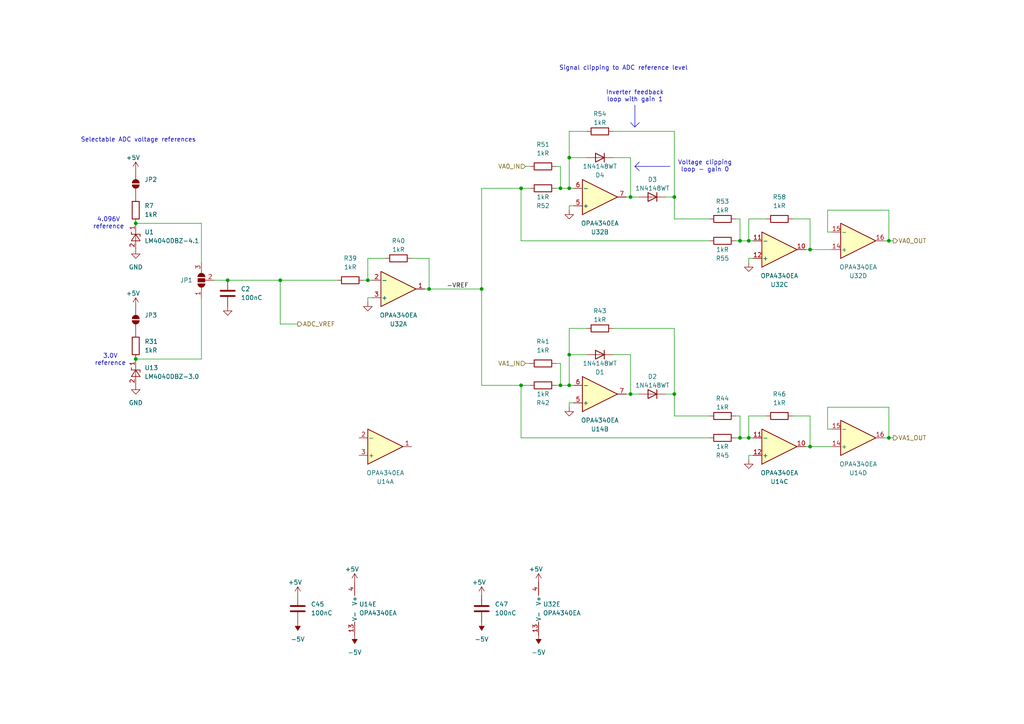
<source format=kicad_sch>
(kicad_sch (version 20250114) (generator "eeschema") (generator_version "9.0")
  (paper "A4")
  (lib_symbols
    (symbol "Amplifier_Operational:OPA4340EA" (pin_names (offset 0.127))
      (property "Reference" "U" (at 2.54 5.08 0))
      (property "Value" "OPA4340EA" (at 5.08 -5.08 0))
      (symbol "OPA4340EA_1_1"
        (polyline (pts (xy -5.08 5.08) (xy 5.08 0) (xy -5.08 -5.08) (xy -5.08 5.08)) (stroke (width 0.254)) (fill (type background)))
        (pin input line (at -7.62 2.54 0) (length 2.54) (name "+") (number "3"))
        (pin input line (at -7.62 -2.54 0) (length 2.54) (name "-") (number "2"))
        (pin no_connect line (at -2.54 -2.54 90) (length 2.54) (hide yes) (name "NC") (number "8"))
        (pin no_connect line (at 0 -2.54 90) (length 2.54) (hide yes) (name "NC") (number "9"))
        (pin output line (at 7.62 0 180) (length 2.54) (name "~") (number "1"))
      )
      (symbol "OPA4340EA_2_1"
        (polyline (pts (xy -5.08 5.08) (xy 5.08 0) (xy -5.08 -5.08) (xy -5.08 5.08)) (stroke (width 0.254)) (fill (type background)))
        (pin input line (at -7.62 2.54 0) (length 2.54) (name "+") (number "5"))
        (pin input line (at -7.62 -2.54 0) (length 2.54) (name "-") (number "6"))
        (pin output line (at 7.62 0 180) (length 2.54) (name "~") (number "7"))
      )
      (symbol "OPA4340EA_3_1"
        (polyline (pts (xy -5.08 5.08) (xy 5.08 0) (xy -5.08 -5.08) (xy -5.08 5.08)) (stroke (width 0.254)) (fill (type background)))
        (pin input line (at -7.62 2.54 0) (length 2.54) (name "+") (number "12"))
        (pin input line (at -7.62 -2.54 0) (length 2.54) (name "-") (number "11"))
        (pin output line (at 7.62 0 180) (length 2.54) (name "~") (number "10"))
      )
      (symbol "OPA4340EA_4_1"
        (polyline (pts (xy -5.08 5.08) (xy 5.08 0) (xy -5.08 -5.08) (xy -5.08 5.08)) (stroke (width 0.254)) (fill (type background)))
        (pin input line (at -7.62 2.54 0) (length 2.54) (name "+") (number "14"))
        (pin input line (at -7.62 -2.54 0) (length 2.54) (name "-") (number "15"))
        (pin output line (at 7.62 0 180) (length 2.54) (name "~") (number "16"))
      )
      (symbol "OPA4340EA_5_1"
        (pin power_in line (at -2.54 7.62 270) (length 3.81) (name "V+") (number "4"))
        (pin power_in line (at -2.54 -7.62 90) (length 3.81) (name "V-") (number "13"))
      )
    )
    (symbol "Device:C" (pin_numbers (hide yes)) (pin_names (offset 0.254))
      (property "Reference" "C" (at 0.635 2.54 0))
      (property "Value" "C" (at 0.635 -2.54 0))
      (symbol "C_0_1"
        (polyline (pts (xy -2.032 0.762) (xy 2.032 0.762)) (stroke (width 0.508)))
        (polyline (pts (xy -2.032 -0.762) (xy 2.032 -0.762)) (stroke (width 0.508)))
      )
      (symbol "C_1_1"
        (pin passive line (at 0 3.81 270) (length 2.794) (name "~") (number "1"))
        (pin passive line (at 0 -3.81 90) (length 2.794) (name "~") (number "2"))
      )
    )
    (symbol "Device:R" (pin_numbers (hide yes)) (pin_names (offset 0))
      (property "Reference" "R" (at 2.032 0 90))
      (property "Value" "R" (at 0 0 90))
      (symbol "R_0_1"
        (rectangle (start -1.016 -2.54) (end 1.016 2.54) (stroke (width 0.254)))
      )
      (symbol "R_1_1"
        (pin passive line (at 0 3.81 270) (length 1.27) (name "~") (number "1"))
        (pin passive line (at 0 -3.81 90) (length 1.27) (name "~") (number "2"))
      )
    )
    (symbol "Diode:1N4148WT" (pin_numbers (hide yes)) (pin_names (hide yes))
      (property "Reference" "D" (at 0 2.54 0))
      (property "Value" "1N4148WT" (at 0 -2.54 0))
      (symbol "1N4148WT_0_1"
        (polyline (pts (xy -1.27 1.27) (xy -1.27 -1.27)) (stroke (width 0.254)))
        (polyline (pts (xy 1.27 1.27) (xy 1.27 -1.27) (xy -1.27 0) (xy 1.27 1.27)) (stroke (width 0.254)))
        (polyline (pts (xy 1.27 0) (xy -1.27 0)))
      )
      (symbol "1N4148WT_1_1"
        (pin passive line (at -3.81 0 0) (length 2.54) (name "K") (number "1"))
        (pin passive line (at 3.81 0 180) (length 2.54) (name "A") (number "2"))
      )
    )
    (symbol "Jumper:SolderJumper_2_Open" (pin_numbers (hide yes)) (pin_names (offset 0) (hide yes)) (in_bom no)
      (property "Reference" "JP" (at 0 2.032 0))
      (property "Value" "SolderJumper_2_Open" (at 0 -2.54 0))
      (symbol "SolderJumper_2_Open_0_1"
        (polyline (pts (xy -0.254 1.016) (xy -0.254 -1.016)))
        (arc (start -0.254 -1.016) (mid -1.2656 0) (end -0.254 1.016))
        (arc (start -0.254 -1.016) (mid -1.2656 0) (end -0.254 1.016) (fill (type outline)))
        (arc (start 0.254 1.016) (mid 1.2656 0) (end 0.254 -1.016))
        (arc (start 0.254 1.016) (mid 1.2656 0) (end 0.254 -1.016) (fill (type outline)))
        (polyline (pts (xy 0.254 1.016) (xy 0.254 -1.016)))
      )
      (symbol "SolderJumper_2_Open_1_1"
        (pin passive line (at -3.81 0 0) (length 2.54) (name "A") (number "1"))
        (pin passive line (at 3.81 0 180) (length 2.54) (name "B") (number "2"))
      )
    )
    (symbol "Jumper:SolderJumper_3_Open" (pin_names (offset 0) (hide yes)) (in_bom no)
      (property "Reference" "JP" (at -2.54 -2.54 0))
      (property "Value" "SolderJumper_3_Open" (at 0 2.794 0))
      (symbol "SolderJumper_3_Open_0_1"
        (polyline (pts (xy -2.54 0) (xy -2.032 0)))
        (polyline (pts (xy -1.016 1.016) (xy -1.016 -1.016)))
        (arc (start -1.016 -1.016) (mid -2.0276 0) (end -1.016 1.016))
        (arc (start -1.016 -1.016) (mid -2.0276 0) (end -1.016 1.016) (fill (type outline)))
        (rectangle (start -0.508 1.016) (end 0.508 -1.016) (fill (type outline)))
        (polyline (pts (xy 0 -1.27) (xy 0 -1.016)))
        (arc (start 1.016 1.016) (mid 2.0276 0) (end 1.016 -1.016))
        (arc (start 1.016 1.016) (mid 2.0276 0) (end 1.016 -1.016) (fill (type outline)))
        (polyline (pts (xy 1.016 1.016) (xy 1.016 -1.016)))
        (polyline (pts (xy 2.54 0) (xy 2.032 0)))
      )
      (symbol "SolderJumper_3_Open_1_1"
        (pin passive line (at -5.08 0 0) (length 2.54) (name "A") (number "1"))
        (pin passive line (at 0 -3.81 90) (length 2.54) (name "C") (number "2"))
        (pin passive line (at 5.08 0 180) (length 2.54) (name "B") (number "3"))
      )
    )
    (symbol "Reference_Voltage:LM4040DBZ-4.1" (pin_names (offset 0.0254) (hide yes))
      (property "Reference" "U" (at 0 2.54 0))
      (property "Value" "LM4040DBZ-4.1" (at 0 -3.175 0))
      (symbol "LM4040DBZ-4.1_0_1"
        (polyline (pts (xy -1.27 0) (xy 0 0) (xy 1.27 0)))
        (polyline (pts (xy -1.27 -1.27) (xy 0.635 0) (xy -1.27 1.27) (xy -1.27 -1.27)) (stroke (width 0.2032)))
        (polyline (pts (xy 0 -1.27) (xy 0.635 -1.27) (xy 0.635 1.27) (xy 1.27 1.27)) (stroke (width 0.2032)))
      )
      (symbol "LM4040DBZ-4.1_1_1"
        (pin passive line (at -3.81 0 0) (length 2.54) (name "A") (number "2"))
        (pin no_connect line (at -1.27 0 0) (length 2.54) (hide yes) (name "NC") (number "3"))
        (pin passive line (at 3.81 0 180) (length 2.54) (name "K") (number "1"))
      )
    )
    (symbol "power:+5V" (power) (pin_numbers (hide yes)) (pin_names (offset 0) (hide yes))
      (property "Value" "+5V" (at 0 3.556 0))
      (symbol "+5V_0_1"
        (polyline (pts (xy -0.762 1.27) (xy 0 2.54)))
        (polyline (pts (xy 0 2.54) (xy 0.762 1.27)))
        (polyline (pts (xy 0 0) (xy 0 2.54)))
      )
      (symbol "+5V_1_1"
        (pin power_in line (at 0 0 90) (length 0) (name "~") (number "1"))
      )
    )
    (symbol "power:-5V" (power) (pin_numbers (hide yes)) (pin_names (offset 0) (hide yes))
      (property "Value" "-5V" (at 0 3.556 0))
      (symbol "-5V_0_0"
        (pin power_in line (at 0 0 90) (length 0) (name "~") (number "1"))
      )
      (symbol "-5V_0_1"
        (polyline (pts (xy 0 0) (xy 0 1.27) (xy 0.762 1.27) (xy 0 2.54) (xy -0.762 1.27) (xy 0 1.27)) (fill (type outline)))
      )
    )
    (symbol "power:GND" (power) (pin_numbers (hide yes)) (pin_names (offset 0) (hide yes))
      (property "Value" "GND" (at 0 -3.81 0))
      (symbol "GND_0_1"
        (polyline (pts (xy 0 0) (xy 0 -1.27) (xy 1.27 -1.27) (xy 0 -2.54) (xy -1.27 -1.27) (xy 0 -1.27)))
      )
      (symbol "GND_1_1"
        (pin power_in line (at 0 0 270) (length 0) (name "~") (number "1"))
      )
    )
  )
  (text "Inverter feedback\nloop with gain 1" (at 184.15 27.94 0) (effects (font (size 1.27 1.27))))
  (text "3.0V\nreference" (at 32.004 104.394 0) (effects (font (size 1.27 1.27))))
  (text "Selectable ADC voltage references" (at 40.132 40.64 0) (effects (font (size 1.27 1.27))))
  (text "Signal clipping to ADC reference level" (at 180.848 19.812 0) (effects (font (size 1.27 1.27))))
  (text "4.096V\nreference" (at 31.496 64.77 0) (effects (font (size 1.27 1.27))))
  (text "Voltage clipping\nloop - gain 0" (at 204.47 48.26 0) (effects (font (size 1.27 1.27))))
  (junction (at 66.04 81.28))
  (junction (at 39.37 104.14))
  (junction (at 165.1 111.76))
  (junction (at 234.95 129.54))
  (junction (at 182.88 57.15))
  (junction (at 124.46 83.82))
  (junction (at 81.28 81.28))
  (junction (at 106.68 81.28))
  (junction (at 151.13 111.76))
  (junction (at 39.37 64.77))
  (junction (at 151.13 54.61))
  (junction (at 214.63 69.85))
  (junction (at 182.88 114.3))
  (junction (at 257.81 69.85))
  (junction (at 162.56 54.61))
  (junction (at 257.81 127))
  (junction (at 165.1 102.87))
  (junction (at 234.95 72.39))
  (junction (at 217.17 127))
  (junction (at 195.58 114.3))
  (junction (at 214.63 127))
  (junction (at 165.1 54.61))
  (junction (at 165.1 45.72))
  (junction (at 195.58 57.15))
  (junction (at 139.7 83.82))
  (junction (at 162.56 111.76))
  (junction (at 217.17 69.85))
  (wire (pts (xy 185.42 114.3) (xy 182.88 114.3)))
  (wire (pts (xy 195.58 120.65) (xy 205.74 120.65)))
  (wire (pts (xy 182.88 102.87) (xy 182.88 114.3)))
  (wire (pts (xy 229.87 63.5) (xy 234.95 63.5)))
  (wire (pts (xy 217.17 133.35) (xy 217.17 132.08)))
  (wire (pts (xy 106.68 86.36) (xy 106.68 87.63)))
  (wire (pts (xy 193.04 114.3) (xy 195.58 114.3)))
  (polyline (pts (xy 182.88 35.56) (xy 184.15 36.83)))
  (wire (pts (xy 81.28 93.98) (xy 86.36 93.98)))
  (wire (pts (xy 165.1 102.87) (xy 165.1 111.76)))
  (wire (pts (xy 217.17 132.08) (xy 218.44 132.08)))
  (wire (pts (xy 177.8 102.87) (xy 182.88 102.87)))
  (wire (pts (xy 214.63 63.5) (xy 214.63 69.85)))
  (wire (pts (xy 241.3 124.46) (xy 240.03 124.46)))
  (wire (pts (xy 139.7 54.61) (xy 151.13 54.61)))
  (wire (pts (xy 240.03 118.11) (xy 257.81 118.11)))
  (wire (pts (xy 177.8 95.25) (xy 195.58 95.25)))
  (wire (pts (xy 182.88 45.72) (xy 182.88 57.15)))
  (wire (pts (xy 162.56 48.26) (xy 162.56 54.61)))
  (wire (pts (xy 161.29 111.76) (xy 162.56 111.76)))
  (wire (pts (xy 166.37 116.84) (xy 165.1 116.84)))
  (wire (pts (xy 165.1 111.76) (xy 166.37 111.76)))
  (wire (pts (xy 193.04 57.15) (xy 195.58 57.15)))
  (wire (pts (xy 213.36 127) (xy 214.63 127)))
  (wire (pts (xy 162.56 54.61) (xy 165.1 54.61)))
  (wire (pts (xy 107.95 86.36) (xy 106.68 86.36)))
  (wire (pts (xy 81.28 81.28) (xy 97.79 81.28)))
  (wire (pts (xy 106.68 81.28) (xy 107.95 81.28)))
  (wire (pts (xy 234.95 72.39) (xy 241.3 72.39)))
  (wire (pts (xy 234.95 129.54) (xy 241.3 129.54)))
  (wire (pts (xy 58.42 86.36) (xy 58.42 104.14)))
  (wire (pts (xy 195.58 63.5) (xy 195.58 57.15)))
  (wire (pts (xy 217.17 74.93) (xy 218.44 74.93)))
  (wire (pts (xy 217.17 63.5) (xy 222.25 63.5)))
  (wire (pts (xy 165.1 102.87) (xy 170.18 102.87)))
  (wire (pts (xy 58.42 64.77) (xy 58.42 76.2)))
  (wire (pts (xy 234.95 72.39) (xy 233.68 72.39)))
  (wire (pts (xy 151.13 127) (xy 151.13 111.76)))
  (wire (pts (xy 162.56 111.76) (xy 165.1 111.76)))
  (wire (pts (xy 39.37 104.14) (xy 58.42 104.14)))
  (wire (pts (xy 165.1 38.1) (xy 165.1 45.72)))
  (wire (pts (xy 62.23 81.28) (xy 66.04 81.28)))
  (polyline (pts (xy 184.15 48.26) (xy 194.31 48.26)))
  (wire (pts (xy 165.1 116.84) (xy 165.1 118.11)))
  (wire (pts (xy 257.81 127) (xy 256.54 127)))
  (wire (pts (xy 177.8 38.1) (xy 195.58 38.1)))
  (wire (pts (xy 181.61 114.3) (xy 182.88 114.3)))
  (wire (pts (xy 240.03 124.46) (xy 240.03 118.11)))
  (wire (pts (xy 257.81 118.11) (xy 257.81 127)))
  (wire (pts (xy 185.42 57.15) (xy 182.88 57.15)))
  (wire (pts (xy 162.56 105.41) (xy 162.56 111.76)))
  (wire (pts (xy 214.63 120.65) (xy 214.63 127)))
  (wire (pts (xy 257.81 69.85) (xy 259.08 69.85)))
  (polyline (pts (xy 184.15 30.48) (xy 184.15 36.83)))
  (wire (pts (xy 195.58 120.65) (xy 195.58 114.3)))
  (wire (pts (xy 166.37 59.69) (xy 165.1 59.69)))
  (wire (pts (xy 195.58 38.1) (xy 195.58 57.15)))
  (wire (pts (xy 213.36 63.5) (xy 214.63 63.5)))
  (wire (pts (xy 214.63 69.85) (xy 217.17 69.85)))
  (wire (pts (xy 217.17 76.2) (xy 217.17 74.93)))
  (polyline (pts (xy 184.15 36.83) (xy 185.42 35.56)))
  (wire (pts (xy 241.3 67.31) (xy 240.03 67.31)))
  (wire (pts (xy 106.68 74.93) (xy 111.76 74.93)))
  (wire (pts (xy 234.95 63.5) (xy 234.95 72.39)))
  (wire (pts (xy 124.46 83.82) (xy 139.7 83.82)))
  (wire (pts (xy 139.7 83.82) (xy 139.7 111.76)))
  (wire (pts (xy 124.46 74.93) (xy 124.46 83.82)))
  (wire (pts (xy 165.1 54.61) (xy 166.37 54.61)))
  (wire (pts (xy 151.13 54.61) (xy 153.67 54.61)))
  (wire (pts (xy 119.38 74.93) (xy 124.46 74.93)))
  (polyline (pts (xy 185.42 46.99) (xy 184.15 48.26)))
  (wire (pts (xy 165.1 95.25) (xy 170.18 95.25)))
  (wire (pts (xy 217.17 127) (xy 217.17 120.65)))
  (wire (pts (xy 213.36 120.65) (xy 214.63 120.65)))
  (wire (pts (xy 139.7 111.76) (xy 151.13 111.76)))
  (wire (pts (xy 105.41 81.28) (xy 106.68 81.28)))
  (wire (pts (xy 106.68 81.28) (xy 106.68 74.93)))
  (polyline (pts (xy 184.15 48.26) (xy 185.42 49.53)))
  (wire (pts (xy 161.29 105.41) (xy 162.56 105.41)))
  (wire (pts (xy 165.1 95.25) (xy 165.1 102.87)))
  (wire (pts (xy 161.29 54.61) (xy 162.56 54.61)))
  (wire (pts (xy 81.28 93.98) (xy 81.28 81.28)))
  (wire (pts (xy 234.95 120.65) (xy 234.95 129.54)))
  (wire (pts (xy 181.61 57.15) (xy 182.88 57.15)))
  (wire (pts (xy 213.36 69.85) (xy 214.63 69.85)))
  (wire (pts (xy 257.81 127) (xy 259.08 127)))
  (wire (pts (xy 151.13 111.76) (xy 153.67 111.76)))
  (wire (pts (xy 161.29 48.26) (xy 162.56 48.26)))
  (wire (pts (xy 139.7 83.82) (xy 139.7 54.61)))
  (wire (pts (xy 66.04 81.28) (xy 81.28 81.28)))
  (wire (pts (xy 214.63 127) (xy 217.17 127)))
  (wire (pts (xy 123.19 83.82) (xy 124.46 83.82)))
  (wire (pts (xy 234.95 129.54) (xy 233.68 129.54)))
  (wire (pts (xy 152.4 105.41) (xy 153.67 105.41)))
  (wire (pts (xy 217.17 120.65) (xy 222.25 120.65)))
  (wire (pts (xy 151.13 127) (xy 205.74 127)))
  (wire (pts (xy 165.1 38.1) (xy 170.18 38.1)))
  (wire (pts (xy 217.17 69.85) (xy 217.17 63.5)))
  (wire (pts (xy 165.1 45.72) (xy 170.18 45.72)))
  (wire (pts (xy 165.1 45.72) (xy 165.1 54.61)))
  (wire (pts (xy 165.1 59.69) (xy 165.1 60.96)))
  (wire (pts (xy 152.4 48.26) (xy 153.67 48.26)))
  (wire (pts (xy 195.58 95.25) (xy 195.58 114.3)))
  (wire (pts (xy 257.81 60.96) (xy 257.81 69.85)))
  (wire (pts (xy 240.03 60.96) (xy 257.81 60.96)))
  (wire (pts (xy 177.8 45.72) (xy 182.88 45.72)))
  (wire (pts (xy 217.17 69.85) (xy 218.44 69.85)))
  (wire (pts (xy 240.03 67.31) (xy 240.03 60.96)))
  (wire (pts (xy 229.87 120.65) (xy 234.95 120.65)))
  (wire (pts (xy 151.13 69.85) (xy 151.13 54.61)))
  (wire (pts (xy 195.58 63.5) (xy 205.74 63.5)))
  (wire (pts (xy 151.13 69.85) (xy 205.74 69.85)))
  (wire (pts (xy 257.81 69.85) (xy 256.54 69.85)))
  (wire (pts (xy 217.17 127) (xy 218.44 127)))
  (wire (pts (xy 39.37 64.77) (xy 58.42 64.77)))
  (label "-VREF" (at 129.54 83.82 0))
  (hierarchical_label "VA1_IN" (shape input) (at 152.4 105.41 180))
  (hierarchical_label "ADC_VREF" (shape output) (at 86.36 93.98 0))
  (hierarchical_label "VA1_OUT" (shape output) (at 259.08 127 0))
  (hierarchical_label "VA0_IN" (shape input) (at 152.4 48.26 180))
  (hierarchical_label "VA0_OUT" (shape output) (at 259.08 69.85 0))
  (symbol (lib_id "Amplifier_Operational:OPA4340EA") (at 248.92 69.85 0) (mirror x) (unit 4)
    (property "Reference" "U32" (at 248.92 80.01 0))
    (property "Value" "OPA4340EA" (at 248.92 77.47 0))
    (property "Datasheet" "http://www.ti.com/lit/ds/symlink/opa340.pdf" (effects (hide yes)))
    (property "Description" "Quad Single-Supply, Rail-to-Rail Operational Amplifier, MicroAmplifier Series, SSOP-16" (effects (hide yes)))
  )
  (symbol (lib_id "Device:C") (at 139.7 176.53 0) (unit 1)
    (property "Reference" "C47" (at 143.51 175.2599 0) (effects (justify left)))
    (property "Value" "100nC" (at 143.51 177.7999 0) (effects (justify left)))
    (property "Footprint" "Capacitor_SMD:C_0805_2012Metric" (effects (hide yes)))
    (property "Description" "Unpolarized capacitor" (effects (hide yes)))
    (property "Status" "OK" (effects (hide yes)))
  )
  (symbol (lib_id "Amplifier_Operational:OPA4340EA") (at 158.75 176.53 0) (unit 5)
    (property "Reference" "U32" (at 157.48 175.2599 0) (effects (justify left)))
    (property "Value" "OPA4340EA" (at 157.48 177.7999 0) (effects (justify left)))
    (property "Datasheet" "http://www.ti.com/lit/ds/symlink/opa340.pdf" (effects (hide yes)))
    (property "Description" "Quad Single-Supply, Rail-to-Rail Operational Amplifier, MicroAmplifier Series, SSOP-16" (effects (hide yes)))
  )
  (symbol (lib_id "power:+5V") (at 102.87 168.91 0) (mirror y) (unit 1)
    (property "Reference" "#PWR067" (effects (hide yes)))
    (property "Value" "+5V" (at 104.14 165.1 0) (effects (justify left)))
  )
  (symbol (lib_id "Diode:1N4148WT") (at 189.23 57.15 0) (mirror y) (unit 1)
    (property "Reference" "D3" (at 189.23 52.07 0))
    (property "Value" "1N4148WT" (at 189.23 54.61 0))
    (property "Footprint" "Diode_SMD:D_SOD-523" (effects (hide yes)))
    (property "Datasheet" "https://www.diodes.com/assets/Datasheets/ds30396.pdf" (effects (hide yes)))
    (property "Description" "75V 0.15A Fast switching Diode, SOD-523" (effects (hide yes)))
    (property "Sim.Device" "D" (effects (hide yes)))
    (property "Sim.Pins" "1=K 2=A" (effects (hide yes)))
  )
  (symbol (lib_id "Amplifier_Operational:OPA4340EA") (at 173.99 114.3 0) (mirror x) (unit 2)
    (property "Reference" "U14" (at 173.99 124.46 0))
    (property "Value" "OPA4340EA" (at 173.99 121.92 0))
    (property "Datasheet" "http://www.ti.com/lit/ds/symlink/opa340.pdf" (effects (hide yes)))
    (property "Description" "Quad Single-Supply, Rail-to-Rail Operational Amplifier, MicroAmplifier Series, SSOP-16" (effects (hide yes)))
  )
  (symbol (lib_id "Device:R") (at 226.06 120.65 270) (unit 1)
    (property "Reference" "R46" (at 226.06 114.3 90))
    (property "Value" "1kR" (at 226.06 116.84 90))
    (property "Footprint" "Resistor_SMD:R_0805_2012Metric" (effects (hide yes)))
    (property "Description" "Resistor" (effects (hide yes)))
  )
  (symbol (lib_id "Amplifier_Operational:OPA4340EA") (at 111.76 129.54 0) (mirror x) (unit 1)
    (property "Reference" "U14" (at 111.76 139.7 0))
    (property "Value" "OPA4340EA" (at 111.76 137.16 0))
    (property "Datasheet" "http://www.ti.com/lit/ds/symlink/opa340.pdf" (effects (hide yes)))
    (property "Description" "Quad Single-Supply, Rail-to-Rail Operational Amplifier, MicroAmplifier Series, SSOP-16" (effects (hide yes)))
  )
  (symbol (lib_id "power:GND") (at 165.1 60.96 0) (unit 1)
    (property "Reference" "#PWR075" (effects (hide yes)))
    (property "Value" "GND" (effects (hide yes)))
    (property "Description" "Power symbol creates a global label with name \"GND\" , ground" (effects (hide yes)))
  )
  (symbol (lib_id "Amplifier_Operational:OPA4340EA") (at 226.06 72.39 0) (mirror x) (unit 3)
    (property "Reference" "U32" (at 226.06 82.55 0))
    (property "Value" "OPA4340EA" (at 226.06 80.01 0))
    (property "Datasheet" "http://www.ti.com/lit/ds/symlink/opa340.pdf" (effects (hide yes)))
    (property "Description" "Quad Single-Supply, Rail-to-Rail Operational Amplifier, MicroAmplifier Series, SSOP-16" (effects (hide yes)))
  )
  (symbol (lib_id "power:-5V") (at 139.7 180.34 180) (unit 1)
    (property "Reference" "#PWR066" (effects (hide yes)))
    (property "Value" "-5V" (at 139.7 185.42 0))
    (property "Description" "Power symbol creates a global label with name \"-5V\"" (effects (hide yes)))
  )
  (symbol (lib_id "Device:R") (at 173.99 95.25 270) (unit 1)
    (property "Reference" "R43" (at 173.99 90.17 90))
    (property "Value" "1kR" (at 173.99 92.71 90))
    (property "Footprint" "Resistor_SMD:R_0805_2012Metric" (effects (hide yes)))
    (property "Description" "Resistor" (effects (hide yes)))
  )
  (symbol (lib_id "power:GND") (at 217.17 76.2 0) (unit 1)
    (property "Reference" "#PWR076" (effects (hide yes)))
    (property "Value" "GND" (effects (hide yes)))
    (property "Description" "Power symbol creates a global label with name \"GND\" , ground" (effects (hide yes)))
  )
  (symbol (lib_id "Amplifier_Operational:OPA4340EA") (at 248.92 127 0) (mirror x) (unit 4)
    (property "Reference" "U14" (at 248.92 137.16 0))
    (property "Value" "OPA4340EA" (at 248.92 134.62 0))
    (property "Datasheet" "http://www.ti.com/lit/ds/symlink/opa340.pdf" (effects (hide yes)))
    (property "Description" "Quad Single-Supply, Rail-to-Rail Operational Amplifier, MicroAmplifier Series, SSOP-16" (effects (hide yes)))
  )
  (symbol (lib_id "Amplifier_Operational:OPA4340EA") (at 226.06 129.54 0) (mirror x) (unit 3)
    (property "Reference" "U14" (at 226.06 139.7 0))
    (property "Value" "OPA4340EA" (at 226.06 137.16 0))
    (property "Datasheet" "http://www.ti.com/lit/ds/symlink/opa340.pdf" (effects (hide yes)))
    (property "Description" "Quad Single-Supply, Rail-to-Rail Operational Amplifier, MicroAmplifier Series, SSOP-16" (effects (hide yes)))
  )
  (symbol (lib_id "power:GND") (at 66.04 88.9 0) (unit 1)
    (property "Reference" "#PWR0111" (effects (hide yes)))
    (property "Value" "GND" (effects (hide yes)))
    (property "Description" "Power symbol creates a global label with name \"GND\" , ground" (effects (hide yes)))
  )
  (symbol (lib_id "Reference_Voltage:LM4040DBZ-4.1") (at 39.37 107.95 90) (unit 1)
    (property "Reference" "U13" (at 41.91 106.6799 90) (effects (justify right)))
    (property "Value" "LM4040DBZ-3.0" (at 41.91 109.2199 90) (effects (justify right)))
    (property "Footprint" "Package_TO_SOT_SMD:SOT-23" (effects (hide yes)))
    (property "Datasheet" "https://www.ti.com/lit/ds/symlink/lm4040.pdf" (effects (hide yes)))
    (property "Description" "3.0V Precision Micropower Shunt Voltage Reference, SOT-23" (effects (hide yes)))
    (property "MPN" "LM4040B30IDBZR" (effects (hide yes)))
    (property "Status" "OK" (effects (hide yes)))
  )
  (symbol (lib_id "power:+5V") (at 39.37 49.53 0) (mirror y) (unit 1)
    (property "Reference" "#PWR0122" (effects (hide yes)))
    (property "Value" "+5V" (at 40.64 45.72 0) (effects (justify left)))
  )
  (symbol (lib_id "Device:R") (at 101.6 81.28 270) (unit 1)
    (property "Reference" "R39" (at 101.6 74.93 90))
    (property "Value" "1kR" (at 101.6 77.47 90))
    (property "Footprint" "Resistor_SMD:R_0805_2012Metric" (effects (hide yes)))
    (property "Description" "Resistor" (effects (hide yes)))
  )
  (symbol (lib_id "Device:R") (at 209.55 69.85 90) (mirror x) (unit 1)
    (property "Reference" "R55" (at 209.55 74.93 90))
    (property "Value" "1kR" (at 209.55 72.39 90))
    (property "Footprint" "Resistor_SMD:R_0805_2012Metric" (effects (hide yes)))
    (property "Description" "Resistor" (effects (hide yes)))
  )
  (symbol (lib_id "power:+5V") (at 39.37 88.9 0) (mirror y) (unit 1)
    (property "Reference" "#PWR034" (effects (hide yes)))
    (property "Value" "+5V" (at 40.64 85.09 0) (effects (justify left)))
  )
  (symbol (lib_id "Device:R") (at 157.48 54.61 270) (mirror x) (unit 1)
    (property "Reference" "R52" (at 157.48 59.69 90))
    (property "Value" "1kR" (at 157.48 57.15 90))
    (property "Footprint" "Resistor_SMD:R_0805_2012Metric" (effects (hide yes)))
    (property "Description" "Resistor" (effects (hide yes)))
  )
  (symbol (lib_id "power:GND") (at 165.1 118.11 0) (unit 1)
    (property "Reference" "#PWR037" (effects (hide yes)))
    (property "Value" "GND" (effects (hide yes)))
    (property "Description" "Power symbol creates a global label with name \"GND\" , ground" (effects (hide yes)))
  )
  (symbol (lib_id "power:-5V") (at 86.36 180.34 180) (unit 1)
    (property "Reference" "#PWR078" (effects (hide yes)))
    (property "Value" "-5V" (at 86.36 185.42 0))
    (property "Description" "Power symbol creates a global label with name \"-5V\"" (effects (hide yes)))
  )
  (symbol (lib_id "power:+5V") (at 156.21 168.91 0) (mirror y) (unit 1)
    (property "Reference" "#PWR083" (effects (hide yes)))
    (property "Value" "+5V" (at 157.48 165.1 0) (effects (justify left)))
  )
  (symbol (lib_id "Diode:1N4148WT") (at 173.99 45.72 0) (mirror y) (unit 1)
    (property "Reference" "D4" (at 173.99 50.8 0))
    (property "Value" "1N4148WT" (at 173.99 48.26 0))
    (property "Footprint" "Diode_SMD:D_SOD-523" (effects (hide yes)))
    (property "Datasheet" "https://www.diodes.com/assets/Datasheets/ds30396.pdf" (effects (hide yes)))
    (property "Description" "75V 0.15A Fast switching Diode, SOD-523" (effects (hide yes)))
    (property "Sim.Device" "D" (effects (hide yes)))
    (property "Sim.Pins" "1=K 2=A" (effects (hide yes)))
  )
  (symbol (lib_id "power:-5V") (at 102.87 184.15 180) (unit 1)
    (property "Reference" "#PWR072" (effects (hide yes)))
    (property "Value" "-5V" (at 102.87 189.23 0))
    (property "Description" "Power symbol creates a global label with name \"-5V\"" (effects (hide yes)))
  )
  (symbol (lib_id "Diode:1N4148WT") (at 189.23 114.3 0) (mirror y) (unit 1)
    (property "Reference" "D2" (at 189.23 109.22 0))
    (property "Value" "1N4148WT" (at 189.23 111.76 0))
    (property "Footprint" "Diode_SMD:D_SOD-523" (effects (hide yes)))
    (property "Datasheet" "https://www.diodes.com/assets/Datasheets/ds30396.pdf" (effects (hide yes)))
    (property "Description" "75V 0.15A Fast switching Diode, SOD-523" (effects (hide yes)))
    (property "Sim.Device" "D" (effects (hide yes)))
    (property "Sim.Pins" "1=K 2=A" (effects (hide yes)))
  )
  (symbol (lib_id "Device:R") (at 157.48 48.26 270) (unit 1)
    (property "Reference" "R51" (at 157.48 41.91 90))
    (property "Value" "1kR" (at 157.48 44.45 90))
    (property "Footprint" "Resistor_SMD:R_0805_2012Metric" (effects (hide yes)))
    (property "Description" "Resistor" (effects (hide yes)))
  )
  (symbol (lib_id "power:+5V") (at 86.36 172.72 0) (mirror y) (unit 1)
    (property "Reference" "#PWR065" (effects (hide yes)))
    (property "Value" "+5V" (at 87.63 168.91 0) (effects (justify left)))
  )
  (symbol (lib_id "Device:C") (at 86.36 176.53 0) (unit 1)
    (property "Reference" "C45" (at 90.17 175.2599 0) (effects (justify left)))
    (property "Value" "100nC" (at 90.17 177.7999 0) (effects (justify left)))
    (property "Footprint" "Capacitor_SMD:C_0805_2012Metric" (effects (hide yes)))
    (property "Description" "Unpolarized capacitor" (effects (hide yes)))
    (property "Status" "OK" (effects (hide yes)))
  )
  (symbol (lib_id "Diode:1N4148WT") (at 173.99 102.87 0) (mirror y) (unit 1)
    (property "Reference" "D1" (at 173.99 107.95 0))
    (property "Value" "1N4148WT" (at 173.99 105.41 0))
    (property "Footprint" "Diode_SMD:D_SOD-523" (effects (hide yes)))
    (property "Datasheet" "https://www.diodes.com/assets/Datasheets/ds30396.pdf" (effects (hide yes)))
    (property "Description" "75V 0.15A Fast switching Diode, SOD-523" (effects (hide yes)))
    (property "Sim.Device" "D" (effects (hide yes)))
    (property "Sim.Pins" "1=K 2=A" (effects (hide yes)))
  )
  (symbol (lib_id "Device:R") (at 209.55 127 90) (mirror x) (unit 1)
    (property "Reference" "R45" (at 209.55 132.08 90))
    (property "Value" "1kR" (at 209.55 129.54 90))
    (property "Footprint" "Resistor_SMD:R_0805_2012Metric" (effects (hide yes)))
    (property "Description" "Resistor" (effects (hide yes)))
  )
  (symbol (lib_id "power:+5V") (at 139.7 172.72 0) (mirror y) (unit 1)
    (property "Reference" "#PWR077" (effects (hide yes)))
    (property "Value" "+5V" (at 140.97 168.91 0) (effects (justify left)))
  )
  (symbol (lib_id "Device:R") (at 157.48 111.76 270) (mirror x) (unit 1)
    (property "Reference" "R42" (at 157.48 116.84 90))
    (property "Value" "1kR" (at 157.48 114.3 90))
    (property "Footprint" "Resistor_SMD:R_0805_2012Metric" (effects (hide yes)))
    (property "Description" "Resistor" (effects (hide yes)))
  )
  (symbol (lib_id "Device:R") (at 39.37 60.96 0) (unit 1)
    (property "Reference" "R7" (at 41.91 59.6899 0) (effects (justify left)))
    (property "Value" "1kR" (at 41.91 62.2299 0) (effects (justify left)))
    (property "Footprint" "Resistor_SMD:R_0805_2012Metric" (effects (hide yes)))
    (property "Datasheet" "https://datasheet.lcsc.com/lcsc/2010202005_YAGEO-AC0805FR-7W1KL_C727989.pdf" (effects (hide yes)))
    (property "MPN" "AC0805FR-7W1KL" (effects (hide yes)))
    (property "Status" "OK" (effects (hide yes)))
  )
  (symbol (lib_id "Device:R") (at 209.55 120.65 270) (unit 1)
    (property "Reference" "R44" (at 209.55 115.57 90))
    (property "Value" "1kR" (at 209.55 118.11 90))
    (property "Footprint" "Resistor_SMD:R_0805_2012Metric" (effects (hide yes)))
    (property "Description" "Resistor" (effects (hide yes)))
  )
  (symbol (lib_id "power:GND") (at 39.37 111.76 0) (unit 1)
    (property "Reference" "#PWR036" (effects (hide yes)))
    (property "Value" "GND" (at 39.37 116.84 0))
  )
  (symbol (lib_id "Jumper:SolderJumper_3_Open") (at 58.42 81.28 90) (unit 1) (in_bom no)
    (property "Reference" "JP1" (at 55.88 81.2799 90) (effects (justify left)))
    (property "Value" "SolderJumper_3_Open" (effects (hide yes)))
    (property "Footprint" "Jumper:SolderJumper-3_P2.0mm_Open_TrianglePad1.0x1.5mm_NumberLabels" (effects (hide yes)))
    (property "Description" "Solder Jumper, 3-pole, open" (effects (hide yes)))
  )
  (symbol (lib_id "Device:R") (at 157.48 105.41 270) (unit 1)
    (property "Reference" "R41" (at 157.48 99.06 90))
    (property "Value" "1kR" (at 157.48 101.6 90))
    (property "Footprint" "Resistor_SMD:R_0805_2012Metric" (effects (hide yes)))
    (property "Description" "Resistor" (effects (hide yes)))
  )
  (symbol (lib_id "Device:R") (at 115.57 74.93 90) (unit 1)
    (property "Reference" "R40" (at 115.57 69.85 90))
    (property "Value" "1kR" (at 115.57 72.39 90))
    (property "Footprint" "Resistor_SMD:R_0805_2012Metric" (effects (hide yes)))
    (property "Description" "Resistor" (effects (hide yes)))
  )
  (symbol (lib_id "power:GND") (at 217.17 133.35 0) (unit 1)
    (property "Reference" "#PWR064" (effects (hide yes)))
    (property "Value" "GND" (effects (hide yes)))
    (property "Description" "Power symbol creates a global label with name \"GND\" , ground" (effects (hide yes)))
  )
  (symbol (lib_id "Device:R") (at 226.06 63.5 270) (unit 1)
    (property "Reference" "R58" (at 226.06 57.15 90))
    (property "Value" "1kR" (at 226.06 59.69 90))
    (property "Footprint" "Resistor_SMD:R_0805_2012Metric" (effects (hide yes)))
    (property "Description" "Resistor" (effects (hide yes)))
  )
  (symbol (lib_id "power:GND") (at 39.37 72.39 0) (unit 1)
    (property "Reference" "#PWR0120" (effects (hide yes)))
    (property "Value" "GND" (at 39.37 77.47 0))
  )
  (symbol (lib_id "Amplifier_Operational:OPA4340EA") (at 115.57 83.82 0) (mirror x) (unit 1)
    (property "Reference" "U32" (at 115.57 93.98 0))
    (property "Value" "OPA4340EA" (at 115.57 91.44 0))
    (property "Datasheet" "http://www.ti.com/lit/ds/symlink/opa340.pdf" (effects (hide yes)))
    (property "Description" "Quad Single-Supply, Rail-to-Rail Operational Amplifier, MicroAmplifier Series, SSOP-16" (effects (hide yes)))
  )
  (symbol (lib_id "Amplifier_Operational:OPA4340EA") (at 105.41 176.53 0) (unit 5)
    (property "Reference" "U14" (at 104.14 175.2599 0) (effects (justify left)))
    (property "Value" "OPA4340EA" (at 104.14 177.7999 0) (effects (justify left)))
    (property "Datasheet" "http://www.ti.com/lit/ds/symlink/opa340.pdf" (effects (hide yes)))
    (property "Description" "Quad Single-Supply, Rail-to-Rail Operational Amplifier, MicroAmplifier Series, SSOP-16" (effects (hide yes)))
  )
  (symbol (lib_id "Device:R") (at 39.37 100.33 0) (unit 1)
    (property "Reference" "R31" (at 41.91 99.0599 0) (effects (justify left)))
    (property "Value" "1kR" (at 41.91 101.5999 0) (effects (justify left)))
    (property "Footprint" "Resistor_SMD:R_0805_2012Metric" (effects (hide yes)))
    (property "Datasheet" "https://datasheet.lcsc.com/lcsc/2010202005_YAGEO-AC0805FR-7W1KL_C727989.pdf" (effects (hide yes)))
    (property "MPN" "AC0805FR-7W1KL" (effects (hide yes)))
    (property "Status" "OK" (effects (hide yes)))
  )
  (symbol (lib_id "Reference_Voltage:LM4040DBZ-4.1") (at 39.37 68.58 90) (unit 1)
    (property "Reference" "U1" (at 41.91 67.3099 90) (effects (justify right)))
    (property "Value" "LM4040DBZ-4.1" (at 41.91 69.8499 90) (effects (justify right)))
    (property "Footprint" "Package_TO_SOT_SMD:SOT-23" (effects (hide yes)))
    (property "Datasheet" "https://www.ti.com/lit/ds/symlink/lm4040.pdf" (effects (hide yes)))
    (property "Description" "4.096V Precision Micropower Shunt Voltage Reference, SOT-23" (effects (hide yes)))
    (property "MPN" "LM4040B41IDBZR" (effects (hide yes)))
    (property "Status" "OK" (effects (hide yes)))
  )
  (symbol (lib_id "Amplifier_Operational:OPA4340EA") (at 173.99 57.15 0) (mirror x) (unit 2)
    (property "Reference" "U32" (at 173.99 67.31 0))
    (property "Value" "OPA4340EA" (at 173.99 64.77 0))
    (property "Datasheet" "http://www.ti.com/lit/ds/symlink/opa340.pdf" (effects (hide yes)))
    (property "Description" "Quad Single-Supply, Rail-to-Rail Operational Amplifier, MicroAmplifier Series, SSOP-16" (effects (hide yes)))
  )
  (symbol (lib_id "Device:R") (at 209.55 63.5 270) (unit 1)
    (property "Reference" "R53" (at 209.55 58.42 90))
    (property "Value" "1kR" (at 209.55 60.96 90))
    (property "Footprint" "Resistor_SMD:R_0805_2012Metric" (effects (hide yes)))
    (property "Description" "Resistor" (effects (hide yes)))
  )
  (symbol (lib_id "power:-5V") (at 156.21 184.15 180) (unit 1)
    (property "Reference" "#PWR073" (effects (hide yes)))
    (property "Value" "-5V" (at 156.21 189.23 0))
    (property "Description" "Power symbol creates a global label with name \"-5V\"" (effects (hide yes)))
  )
  (symbol (lib_id "Device:C") (at 66.04 85.09 0) (unit 1)
    (property "Reference" "C2" (at 69.85 83.8199 0) (effects (justify left)))
    (property "Value" "100nC" (at 69.85 86.3599 0) (effects (justify left)))
    (property "Footprint" "Capacitor_SMD:C_0805_2012Metric" (effects (hide yes)))
    (property "Description" "Unpolarized capacitor" (effects (hide yes)))
    (property "Status" "OK" (effects (hide yes)))
  )
  (symbol (lib_id "Device:R") (at 173.99 38.1 270) (unit 1)
    (property "Reference" "R54" (at 173.99 33.02 90))
    (property "Value" "1kR" (at 173.99 35.56 90))
    (property "Footprint" "Resistor_SMD:R_0805_2012Metric" (effects (hide yes)))
    (property "Description" "Resistor" (effects (hide yes)))
  )
  (symbol (lib_id "Jumper:SolderJumper_2_Open") (at 39.37 53.34 90) (unit 1) (in_bom no)
    (property "Reference" "JP2" (at 41.91 52.0699 90) (effects (justify right)))
    (property "Value" "SolderJumper_2_Open" (effects (hide yes)))
    (property "Footprint" "Jumper:SolderJumper-2_P1.3mm_Open_TrianglePad1.0x1.5mm" (effects (hide yes)))
    (property "Description" "Solder Jumper, 2-pole, open" (effects (hide yes)))
  )
  (symbol (lib_id "power:GND") (at 106.68 87.63 0) (unit 1)
    (property "Reference" "#PWR074" (effects (hide yes)))
    (property "Value" "GND" (effects (hide yes)))
    (property "Description" "Power symbol creates a global label with name \"GND\" , ground" (effects (hide yes)))
  )
  (symbol (lib_id "Jumper:SolderJumper_2_Open") (at 39.37 92.71 90) (unit 1) (in_bom no)
    (property "Reference" "JP3" (at 41.91 91.4399 90) (effects (justify right)))
    (property "Value" "SolderJumper_2_Open" (effects (hide yes)))
    (property "Footprint" "Jumper:SolderJumper-2_P1.3mm_Open_TrianglePad1.0x1.5mm" (effects (hide yes)))
    (property "Description" "Solder Jumper, 2-pole, open" (effects (hide yes)))
  )
)
</source>
